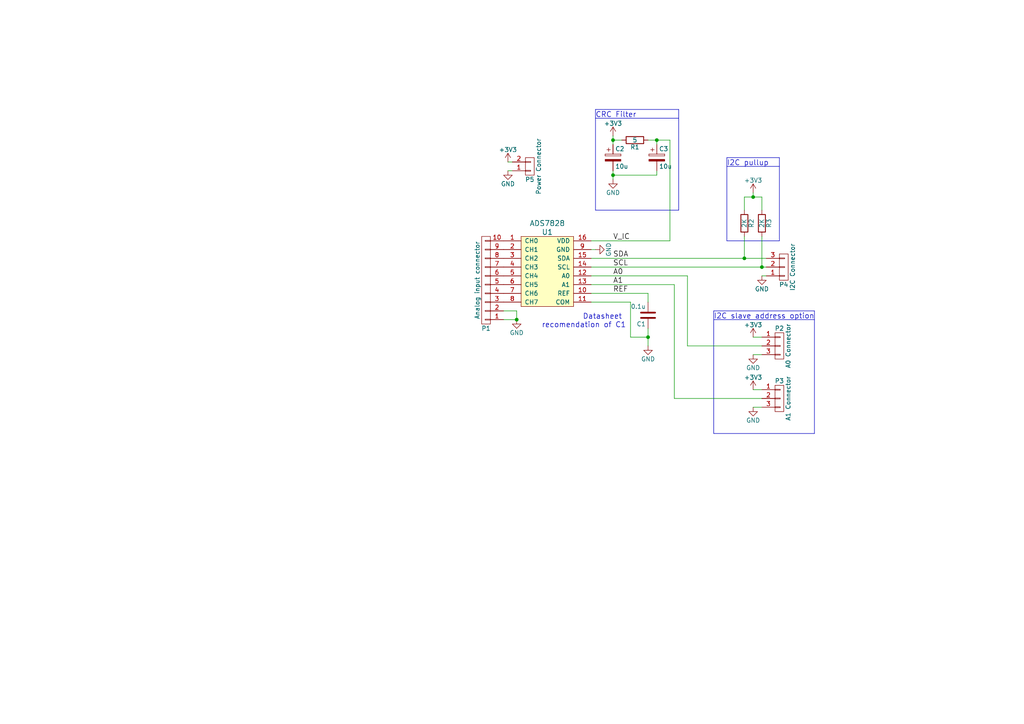
<source format=kicad_sch>
(kicad_sch (version 20230121) (generator eeschema)
  (paper "A4")
  (lib_symbols
    (symbol "main-rescue:+3.3V" (power) (pin_names (offset 0))
      (property "Value" "+3.3V" (at 0 3.556 0))
      (symbol "+3.3V_0_1"
        (polyline (pts (xy -0.762 1.27) (xy 0 2.54)))
        (polyline (pts (xy 0 0) (xy 0 2.54)))
        (polyline (pts (xy 0 2.54) (xy 0.762 1.27)))
      )
      (symbol "+3.3V_1_1"
        (pin power_in line (at 0 0 90) (length 0) hide (name "+3V3") (number "1"))
      )
    )
    (symbol "main-rescue:ADS7828" (pin_names (offset 1.016))
      (property "Reference" "U" (at 0 11.43 0))
      (property "Value" "ADS7828" (at 0 13.97 0))
      (symbol "ADS7828_0_1"
        (rectangle (start -7.62 10.16) (end 7.62 -10.16) (fill (type background)))
      )
      (symbol "ADS7828_1_1"
        (pin input line (at -12.7 8.89 0) (length 5.08) (name "CH0") (number "1"))
        (pin input line (at 12.7 -6.35 180) (length 5.08) (name "REF") (number "10"))
        (pin input line (at 12.7 -8.89 180) (length 5.08) (name "COM") (number "11"))
        (pin input line (at 12.7 -1.27 180) (length 5.08) (name "A0") (number "12"))
        (pin input line (at 12.7 -3.81 180) (length 5.08) (name "A1") (number "13"))
        (pin input line (at 12.7 1.27 180) (length 5.08) (name "SCL") (number "14"))
        (pin input line (at 12.7 3.81 180) (length 5.08) (name "SDA") (number "15"))
        (pin input line (at 12.7 8.89 180) (length 5.08) (name "VDD") (number "16"))
        (pin input line (at -12.7 6.35 0) (length 5.08) (name "CH1") (number "2"))
        (pin input line (at -12.7 3.81 0) (length 5.08) (name "CH2") (number "3"))
        (pin input line (at -12.7 1.27 0) (length 5.08) (name "CH3") (number "4"))
        (pin input line (at -12.7 -1.27 0) (length 5.08) (name "CH4") (number "5"))
        (pin input line (at -12.7 -3.81 0) (length 5.08) (name "CH5") (number "6"))
        (pin input line (at -12.7 -6.35 0) (length 5.08) (name "CH6") (number "7"))
        (pin input line (at -12.7 -8.89 0) (length 5.08) (name "CH7") (number "8"))
        (pin input line (at 12.7 6.35 180) (length 5.08) (name "GND") (number "9"))
      )
    )
    (symbol "main-rescue:C" (pin_numbers hide) (pin_names (offset 0.254))
      (property "Reference" "C" (at 0.635 2.54 0))
      (property "Value" "C" (at 0.635 -2.54 0))
      (symbol "C_0_1"
        (polyline (pts (xy -2.032 -0.762) (xy 2.032 -0.762)) (stroke (width 0.508)))
        (polyline (pts (xy -2.032 0.762) (xy 2.032 0.762)) (stroke (width 0.508)))
      )
      (symbol "C_1_1"
        (pin passive line (at 0 3.81 270) (length 2.794) (name "~") (number "1"))
        (pin passive line (at 0 -3.81 90) (length 2.794) (name "~") (number "2"))
      )
    )
    (symbol "main-rescue:CONN_01X02" (pin_names (offset 1.016) hide)
      (property "Reference" "P" (at 0 3.81 0))
      (property "Value" "CONN_01X02" (at 2.54 0 90))
      (symbol "CONN_01X02_0_1"
        (rectangle (start -1.27 -1.143) (end 0.254 -1.397))
        (rectangle (start -1.27 1.397) (end 0.254 1.143))
        (rectangle (start -1.27 2.54) (end 1.27 -2.54))
      )
      (symbol "CONN_01X02_1_1"
        (pin passive line (at -5.08 1.27 0) (length 3.81) (name "P1") (number "1"))
        (pin passive line (at -5.08 -1.27 0) (length 3.81) (name "P2") (number "2"))
      )
    )
    (symbol "main-rescue:CONN_01X03" (pin_names (offset 1.016) hide)
      (property "Reference" "P" (at 0 5.08 0))
      (property "Value" "CONN_01X03" (at 2.54 0 90))
      (symbol "CONN_01X03_0_1"
        (rectangle (start -1.27 -2.413) (end 0.254 -2.667))
        (rectangle (start -1.27 0.127) (end 0.254 -0.127))
        (rectangle (start -1.27 2.667) (end 0.254 2.413))
        (rectangle (start -1.27 3.81) (end 1.27 -3.81))
      )
      (symbol "CONN_01X03_1_1"
        (pin passive line (at -5.08 2.54 0) (length 3.81) (name "P1") (number "1"))
        (pin passive line (at -5.08 0 0) (length 3.81) (name "P2") (number "2"))
        (pin passive line (at -5.08 -2.54 0) (length 3.81) (name "P3") (number "3"))
      )
    )
    (symbol "main-rescue:CONN_01X10" (pin_names (offset 1.016) hide)
      (property "Reference" "P" (at 0 13.97 0))
      (property "Value" "CONN_01X10" (at 2.54 0 90))
      (symbol "CONN_01X10_0_1"
        (rectangle (start -1.27 -11.303) (end 0.254 -11.557))
        (rectangle (start -1.27 -8.763) (end 0.254 -9.017))
        (rectangle (start -1.27 -6.223) (end 0.254 -6.477))
        (rectangle (start -1.27 -3.683) (end 0.254 -3.937))
        (rectangle (start -1.27 -1.143) (end 0.254 -1.397))
        (rectangle (start -1.27 1.397) (end 0.254 1.143))
        (rectangle (start -1.27 3.937) (end 0.254 3.683))
        (rectangle (start -1.27 6.477) (end 0.254 6.223))
        (rectangle (start -1.27 9.017) (end 0.254 8.763))
        (rectangle (start -1.27 11.557) (end 0.254 11.303))
        (rectangle (start -1.27 12.7) (end 1.27 -12.7))
      )
      (symbol "CONN_01X10_1_1"
        (pin passive line (at -5.08 11.43 0) (length 3.81) (name "P1") (number "1"))
        (pin passive line (at -5.08 -11.43 0) (length 3.81) (name "P10") (number "10"))
        (pin passive line (at -5.08 8.89 0) (length 3.81) (name "P2") (number "2"))
        (pin passive line (at -5.08 6.35 0) (length 3.81) (name "P3") (number "3"))
        (pin passive line (at -5.08 3.81 0) (length 3.81) (name "P4") (number "4"))
        (pin passive line (at -5.08 1.27 0) (length 3.81) (name "P5") (number "5"))
        (pin passive line (at -5.08 -1.27 0) (length 3.81) (name "P6") (number "6"))
        (pin passive line (at -5.08 -3.81 0) (length 3.81) (name "P7") (number "7"))
        (pin passive line (at -5.08 -6.35 0) (length 3.81) (name "P8") (number "8"))
        (pin passive line (at -5.08 -8.89 0) (length 3.81) (name "P9") (number "9"))
      )
    )
    (symbol "main-rescue:CP" (pin_numbers hide) (pin_names (offset 0.254))
      (property "Reference" "C" (at 0.635 2.54 0))
      (property "Value" "CP" (at 0.635 -2.54 0))
      (symbol "CP_0_1"
        (rectangle (start -2.286 0.508) (end -2.286 1.016))
        (rectangle (start -2.286 0.508) (end 2.286 0.508))
        (polyline (pts (xy -1.778 2.286) (xy -0.762 2.286)))
        (polyline (pts (xy -1.27 2.794) (xy -1.27 1.778)))
        (rectangle (start 2.286 -0.508) (end -2.286 -1.016) (fill (type outline)))
        (rectangle (start 2.286 1.016) (end -2.286 1.016))
        (rectangle (start 2.286 1.016) (end 2.286 0.508))
      )
      (symbol "CP_1_1"
        (pin passive line (at 0 3.81 270) (length 2.794) (name "~") (number "1"))
        (pin passive line (at 0 -3.81 90) (length 2.794) (name "~") (number "2"))
      )
    )
    (symbol "main-rescue:GND" (power) (pin_names (offset 0))
      (property "Value" "GND" (at 0 -3.81 0))
      (symbol "GND_0_1"
        (polyline (pts (xy 0 0) (xy 0 -1.27) (xy 1.27 -1.27) (xy 0 -2.54) (xy -1.27 -1.27) (xy 0 -1.27)))
      )
      (symbol "GND_1_1"
        (pin power_in line (at 0 0 270) (length 0) hide (name "GND") (number "1"))
      )
    )
    (symbol "main-rescue:R" (pin_numbers hide) (pin_names (offset 0))
      (property "Reference" "R" (at 2.032 0 90))
      (property "Value" "R" (at 0 0 90))
      (symbol "R_0_1"
        (rectangle (start -1.016 -2.54) (end 1.016 2.54) (stroke (width 0.254)))
      )
      (symbol "R_1_1"
        (pin passive line (at 0 3.81 270) (length 1.27) (name "~") (number "1"))
        (pin passive line (at 0 -3.81 90) (length 1.27) (name "~") (number "2"))
      )
    )
  )
  (junction (at 187.96 97.79))
  (junction (at 177.8 40.64))
  (junction (at 218.44 57.15))
  (junction (at 220.98 77.47))
  (junction (at 149.86 92.71))
  (junction (at 177.8 50.8))
  (junction (at 215.9 74.93))
  (junction (at 190.5 40.64))
  (wire (pts (xy 195.58 82.55) (xy 195.58 115.57)))
  (wire (pts (xy 187.96 40.64) (xy 190.5 40.64)))
  (wire (pts (xy 177.8 40.64) (xy 177.8 41.91)))
  (polyline (pts (xy 210.82 69.85) (xy 210.82 45.72)))
  (polyline (pts (xy 196.85 60.96) (xy 172.72 60.96)))
  (wire (pts (xy 215.9 57.15) (xy 218.44 57.15)))
  (wire (pts (xy 187.96 85.09) (xy 187.96 87.63)))
  (polyline (pts (xy 172.72 31.75) (xy 196.85 31.75)))
  (wire (pts (xy 215.9 74.93) (xy 222.25 74.93)))
  (wire (pts (xy 171.45 74.93) (xy 215.9 74.93)))
  (wire (pts (xy 171.45 87.63) (xy 182.88 87.63)))
  (polyline (pts (xy 196.85 31.75) (xy 196.85 60.96)))
  (wire (pts (xy 147.32 46.99) (xy 148.59 46.99)))
  (wire (pts (xy 146.05 92.71) (xy 149.86 92.71)))
  (wire (pts (xy 190.5 40.64) (xy 190.5 41.91)))
  (wire (pts (xy 218.44 57.15) (xy 220.98 57.15)))
  (wire (pts (xy 195.58 115.57) (xy 220.98 115.57)))
  (polyline (pts (xy 207.01 90.17) (xy 207.01 125.73)))
  (polyline (pts (xy 172.72 60.96) (xy 172.72 31.75)))
  (wire (pts (xy 171.45 80.01) (xy 199.39 80.01)))
  (polyline (pts (xy 172.72 34.29) (xy 196.85 34.29)))
  (polyline (pts (xy 236.22 125.73) (xy 236.22 90.17)))
  (wire (pts (xy 171.45 82.55) (xy 195.58 82.55)))
  (wire (pts (xy 180.34 40.64) (xy 177.8 40.64)))
  (wire (pts (xy 218.44 102.87) (xy 220.98 102.87)))
  (wire (pts (xy 218.44 118.11) (xy 220.98 118.11)))
  (wire (pts (xy 187.96 97.79) (xy 187.96 100.33)))
  (polyline (pts (xy 236.22 90.17) (xy 207.01 90.17)))
  (polyline (pts (xy 210.82 48.26) (xy 226.06 48.26)))
  (wire (pts (xy 220.98 80.01) (xy 222.25 80.01)))
  (wire (pts (xy 220.98 77.47) (xy 222.25 77.47)))
  (wire (pts (xy 190.5 50.8) (xy 190.5 49.53)))
  (wire (pts (xy 177.8 39.37) (xy 177.8 40.64)))
  (wire (pts (xy 215.9 68.58) (xy 215.9 74.93)))
  (wire (pts (xy 218.44 55.88) (xy 218.44 57.15)))
  (wire (pts (xy 190.5 40.64) (xy 194.31 40.64)))
  (wire (pts (xy 171.45 85.09) (xy 187.96 85.09)))
  (wire (pts (xy 199.39 80.01) (xy 199.39 100.33)))
  (wire (pts (xy 172.72 72.39) (xy 171.45 72.39)))
  (wire (pts (xy 177.8 50.8) (xy 177.8 52.07)))
  (wire (pts (xy 182.88 87.63) (xy 182.88 97.79)))
  (wire (pts (xy 220.98 57.15) (xy 220.98 60.96)))
  (wire (pts (xy 149.86 90.17) (xy 149.86 92.71)))
  (wire (pts (xy 220.98 68.58) (xy 220.98 77.47)))
  (wire (pts (xy 218.44 113.03) (xy 220.98 113.03)))
  (wire (pts (xy 177.8 49.53) (xy 177.8 50.8)))
  (wire (pts (xy 177.8 50.8) (xy 190.5 50.8)))
  (wire (pts (xy 215.9 57.15) (xy 215.9 60.96)))
  (polyline (pts (xy 207.01 125.73) (xy 236.22 125.73)))
  (wire (pts (xy 171.45 77.47) (xy 220.98 77.47)))
  (polyline (pts (xy 207.01 92.71) (xy 236.22 92.71)))
  (wire (pts (xy 199.39 100.33) (xy 220.98 100.33)))
  (polyline (pts (xy 226.06 45.72) (xy 226.06 69.85)))
  (wire (pts (xy 218.44 97.79) (xy 220.98 97.79)))
  (wire (pts (xy 194.31 40.64) (xy 194.31 69.85)))
  (polyline (pts (xy 210.82 45.72) (xy 226.06 45.72)))
  (wire (pts (xy 146.05 90.17) (xy 149.86 90.17)))
  (wire (pts (xy 182.88 97.79) (xy 187.96 97.79)))
  (wire (pts (xy 147.32 49.53) (xy 148.59 49.53)))
  (wire (pts (xy 171.45 69.85) (xy 194.31 69.85)))
  (wire (pts (xy 187.96 95.25) (xy 187.96 97.79)))
  (polyline (pts (xy 226.06 69.85) (xy 210.82 69.85)))
  (text "Datasheet \nrecomendation of C1" (at 181.61 95.25 0) (effects (font (size 1.524 1.524)) (justify right bottom)))
  (text "CRC Filter" (at 172.72 34.29 0) (effects (font (size 1.524 1.524)) (justify left bottom)))
  (text "I2C pullup" (at 210.82 48.26 0) (effects (font (size 1.524 1.524)) (justify left bottom)))
  (text "I2C slave address option" (at 207.01 92.71 0) (effects (font (size 1.524 1.524)) (justify left bottom)))
  (label "REF" (at 177.8 85.09 0) (effects (font (size 1.524 1.524))))
  (label "A0" (at 177.8 80.01 0) (effects (font (size 1.524 1.524))))
  (label "SCL" (at 177.8 77.47 0) (effects (font (size 1.524 1.524))))
  (label "V_IC" (at 177.8 69.85 0) (effects (font (size 1.524 1.524))))
  (label "A1" (at 177.8 82.55 0) (effects (font (size 1.524 1.524))))
  (label "SDA" (at 177.8 74.93 0) (effects (font (size 1.524 1.524))))
  (symbol (lib_id "main-rescue:ADS7828") (at 158.75 78.74 0) (unit 1)
    (property "Reference" "U1" (at 158.75 67.31 0) (effects (font (size 1.524 1.524))))
    (property "Value" "ADS7828" (at 158.75 64.77 0) (effects (font (size 1.524 1.524))))
    (property "Footprint" "Housings_SSOP:TSSOP-16_4.4x5mm_Pitch0.65mm" (effects hide))
    (property "Datasheet" "http://www.ti.com/lit/ds/symlink/ads7828.pdf" (effects hide))
  )
  (symbol (lib_id "main-rescue:CONN_01X03") (at 227.33 77.47 0) (mirror x) (unit 1)
    (property "Reference" "P4" (at 227.33 82.55 0))
    (property "Value" "I2C Connector" (at 229.87 77.47 90))
    (property "Footprint" "Pin_Headers:Pin_Header_Straight_1x03" (effects hide))
  )
  (symbol (lib_id "main-rescue:GND") (at 220.98 80.01 0) (unit 1)
    (property "Reference" "#PWR01" (effects hide))
    (property "Value" "GND" (at 220.98 83.82 0))
  )
  (symbol (lib_id "main-rescue:GND") (at 172.72 72.39 90) (unit 1)
    (property "Reference" "#PWR02" (effects hide))
    (property "Value" "GND" (at 176.53 72.39 0))
  )
  (symbol (lib_id "main-rescue:R") (at 215.9 64.77 0) (unit 1)
    (property "Reference" "R2" (at 217.932 64.77 90))
    (property "Value" "2K" (at 215.9 64.77 90))
    (property "Footprint" "Resistors_ThroughHole:Resistor_Horizontal_RM7mm" (effects hide))
  )
  (symbol (lib_id "main-rescue:R") (at 220.98 64.77 0) (unit 1)
    (property "Reference" "R3" (at 223.012 64.77 90))
    (property "Value" "2K" (at 220.98 64.77 90))
    (property "Footprint" "Resistors_ThroughHole:Resistor_Horizontal_RM7mm" (effects hide))
  )
  (symbol (lib_id "main-rescue:R") (at 184.15 40.64 270) (unit 1)
    (property "Reference" "R1" (at 184.15 42.672 90))
    (property "Value" "5" (at 184.15 40.64 90))
    (property "Footprint" "Resistors_ThroughHole:Resistor_Horizontal_RM7mm" (effects hide))
  )
  (symbol (lib_id "main-rescue:CONN_01X03") (at 226.06 100.33 0) (unit 1)
    (property "Reference" "P2" (at 226.06 95.25 0))
    (property "Value" "A0 Connector" (at 228.6 100.33 90))
    (property "Footprint" "Pin_Headers:Pin_Header_Straight_1x03" (effects hide))
  )
  (symbol (lib_id "main-rescue:GND") (at 218.44 102.87 0) (unit 1)
    (property "Reference" "#PWR05" (effects hide))
    (property "Value" "GND" (at 218.44 106.68 0))
  )
  (symbol (lib_id "main-rescue:CONN_01X03") (at 226.06 115.57 0) (unit 1)
    (property "Reference" "P3" (at 226.06 110.49 0))
    (property "Value" "A1 Connector" (at 228.6 115.57 90))
    (property "Footprint" "Pin_Headers:Pin_Header_Straight_1x03" (effects hide))
  )
  (symbol (lib_id "main-rescue:GND") (at 218.44 118.11 0) (unit 1)
    (property "Reference" "#PWR07" (effects hide))
    (property "Value" "GND" (at 218.44 121.92 0))
  )
  (symbol (lib_id "main-rescue:GND") (at 177.8 52.07 0) (unit 1)
    (property "Reference" "#PWR08" (effects hide))
    (property "Value" "GND" (at 177.8 55.88 0))
  )
  (symbol (lib_id "main-rescue:C") (at 187.96 91.44 180) (unit 1)
    (property "Reference" "C1" (at 187.325 93.98 0) (effects (justify left)))
    (property "Value" "0.1u" (at 187.325 88.9 0) (effects (justify left)))
    (property "Footprint" "Capacitors_SMD:C_0805" (effects hide))
  )
  (symbol (lib_id "main-rescue:GND") (at 187.96 100.33 0) (unit 1)
    (property "Reference" "#PWR09" (effects hide))
    (property "Value" "GND" (at 187.96 104.14 0))
  )
  (symbol (lib_id "main-rescue:CONN_01X02") (at 153.67 48.26 0) (mirror x) (unit 1)
    (property "Reference" "P5" (at 153.67 52.07 0))
    (property "Value" "Power Connector" (at 156.21 48.26 90))
    (property "Footprint" "Pin_Headers:Pin_Header_Straight_1x02" (effects hide))
  )
  (symbol (lib_id "main-rescue:GND") (at 147.32 49.53 0) (unit 1)
    (property "Reference" "#PWR010" (effects hide))
    (property "Value" "GND" (at 147.32 53.34 0))
  )
  (symbol (lib_id "main-rescue:CP") (at 177.8 45.72 0) (unit 1)
    (property "Reference" "C2" (at 178.435 43.18 0) (effects (justify left)))
    (property "Value" "10u" (at 178.435 48.26 0) (effects (justify left)))
    (property "Footprint" "Capacitors_ThroughHole:C_Radial_D5_L11_P2" (effects hide))
  )
  (symbol (lib_id "main-rescue:CP") (at 190.5 45.72 0) (unit 1)
    (property "Reference" "C3" (at 191.135 43.18 0) (effects (justify left)))
    (property "Value" "10u" (at 191.135 48.26 0) (effects (justify left)))
    (property "Footprint" "Capacitors_ThroughHole:C_Radial_D5_L11_P2" (effects hide))
  )
  (symbol (lib_id "main-rescue:CONN_01X10") (at 140.97 81.28 180) (unit 1)
    (property "Reference" "P1" (at 140.97 95.25 0))
    (property "Value" "Analog input connector" (at 138.43 81.28 90))
    (property "Footprint" "Pin_Headers:Pin_Header_Straight_1x10" (effects hide))
  )
  (symbol (lib_id "main-rescue:GND") (at 149.86 92.71 0) (unit 1)
    (property "Reference" "#PWR?" (effects hide))
    (property "Value" "GND" (at 149.86 96.52 0))
  )
  (symbol (lib_id "main-rescue:+3.3V") (at 177.8 39.37 0) (unit 1)
    (property "Reference" "#PWR?" (effects hide))
    (property "Value" "+3.3V" (at 177.8 35.814 0))
  )
  (symbol (lib_id "main-rescue:+3.3V") (at 218.44 97.79 0) (unit 1)
    (property "Reference" "#PWR?" (effects hide))
    (property "Value" "+3.3V" (at 218.44 94.234 0))
  )
  (symbol (lib_id "main-rescue:+3.3V") (at 218.44 113.03 0) (unit 1)
    (property "Reference" "#PWR?" (effects hide))
    (property "Value" "+3.3V" (at 218.44 109.474 0))
  )
  (symbol (lib_id "main-rescue:+3.3V") (at 147.32 46.99 0) (unit 1)
    (property "Reference" "#PWR?" (effects hide))
    (property "Value" "+3.3V" (at 147.32 43.434 0))
  )
  (symbol (lib_id "main-rescue:+3.3V") (at 218.44 55.88 0) (unit 1)
    (property "Reference" "#PWR?" (effects hide))
    (property "Value" "+3.3V" (at 218.44 52.324 0))
  )
)
</source>
